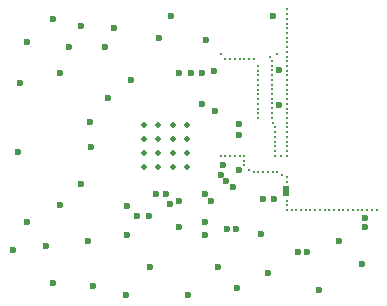
<source format=gbr>
%TF.GenerationSoftware,KiCad,Pcbnew,9.0.3-9.0.3-0~ubuntu24.04.1*%
%TF.CreationDate,2025-07-10T17:18:30-04:00*%
%TF.ProjectId,tire_sensor,74697265-5f73-4656-9e73-6f722e6b6963,rev?*%
%TF.SameCoordinates,Original*%
%TF.FileFunction,Copper,L3,Inr*%
%TF.FilePolarity,Positive*%
%FSLAX46Y46*%
G04 Gerber Fmt 4.6, Leading zero omitted, Abs format (unit mm)*
G04 Created by KiCad (PCBNEW 9.0.3-9.0.3-0~ubuntu24.04.1) date 2025-07-10 17:18:30*
%MOMM*%
%LPD*%
G01*
G04 APERTURE LIST*
%TA.AperFunction,HeatsinkPad*%
%ADD10C,0.500000*%
%TD*%
%TA.AperFunction,ComponentPad*%
%ADD11R,0.500000X0.900000*%
%TD*%
%TA.AperFunction,ViaPad*%
%ADD12C,0.600000*%
%TD*%
%TA.AperFunction,ViaPad*%
%ADD13C,0.300000*%
%TD*%
G04 APERTURE END LIST*
D10*
%TO.N,GND*%
%TO.C,U1*%
X82330000Y60420000D03*
X82330000Y61620000D03*
X82330000Y62820000D03*
X82330000Y64020000D03*
X81130000Y60420000D03*
X81130000Y61620000D03*
X81130000Y62820000D03*
X81130000Y64020000D03*
X79930000Y60420000D03*
X79930000Y61620000D03*
X79930000Y62820000D03*
X79930000Y64020000D03*
X78730000Y60420000D03*
X78730000Y61620000D03*
X78730000Y62820000D03*
X78730000Y64020000D03*
%TD*%
D11*
%TO.N,GND*%
%TO.C,AE1*%
X90750000Y58400000D03*
%TD*%
D12*
%TO.N,GND*%
X97400000Y56100000D03*
D13*
X88000000Y69600000D03*
X87200000Y69600000D03*
D12*
%TO.N,VDD_NRF*%
X77230000Y54670000D03*
X75630000Y66320000D03*
X68050000Y61750000D03*
X88630000Y54820000D03*
X83630000Y65770000D03*
D13*
%TO.N,GND*%
X97600000Y56800000D03*
X96800000Y56800000D03*
X89570000Y66230000D03*
X90800000Y70200000D03*
X89800000Y61400000D03*
X85200000Y61400000D03*
D12*
X73400000Y72400000D03*
D13*
X93600000Y56800000D03*
X90800000Y67400000D03*
X90800000Y59600000D03*
D12*
X86600000Y50200000D03*
D13*
X90800000Y66200000D03*
D12*
X97400000Y55400000D03*
D13*
X89570000Y69030000D03*
X88400000Y66200000D03*
D12*
X71000000Y50600000D03*
D13*
X90800000Y65400000D03*
X85600000Y61400000D03*
X92400000Y56800000D03*
X90400000Y59800000D03*
X90800000Y64600000D03*
X96000000Y56800000D03*
X89570000Y67430000D03*
X89570000Y65430000D03*
X90800000Y69000000D03*
X98400000Y56800000D03*
X98000000Y56800000D03*
X90000000Y70000000D03*
X90800000Y63400000D03*
D12*
X86780000Y64120000D03*
X79200000Y52000000D03*
X89750000Y57750000D03*
D13*
X88400000Y69000000D03*
X90800000Y61400000D03*
X89800000Y63800000D03*
X89600000Y60000000D03*
X90800000Y66600000D03*
X89800000Y62600000D03*
X90300000Y61400000D03*
X94800000Y56800000D03*
D12*
X95200000Y54200000D03*
X74000000Y54200000D03*
D13*
X88400000Y65000000D03*
X90800000Y57600000D03*
D12*
X68800000Y71000000D03*
X83600000Y68400000D03*
X82400000Y49600000D03*
X90100000Y65700000D03*
D13*
X88400000Y68200000D03*
X86800000Y69600000D03*
D12*
X76200000Y72200000D03*
X74130000Y64228552D03*
D13*
X88400000Y68600000D03*
D12*
X86730000Y60170000D03*
X77630000Y67820000D03*
X82700000Y68400000D03*
X88750000Y57750000D03*
D13*
X90800000Y56800000D03*
D12*
X84600000Y68600000D03*
D13*
X88800000Y60000000D03*
X86000000Y69600000D03*
D12*
X85000000Y52000000D03*
D13*
X90800000Y70600000D03*
X94400000Y56800000D03*
D12*
X90100000Y68700000D03*
D13*
X90800000Y65800000D03*
X86000000Y61400000D03*
D12*
X70400000Y53800000D03*
D13*
X90800000Y59200000D03*
X89570000Y67030000D03*
X90800000Y63800000D03*
X93200000Y56800000D03*
X89400000Y69800000D03*
X85200000Y70000000D03*
X90800000Y71000000D03*
X88400000Y67000000D03*
X90800000Y68200000D03*
X90800000Y62600000D03*
X90800000Y73000000D03*
X97200000Y56800000D03*
X89570000Y65030000D03*
X90800000Y69800000D03*
X87200000Y61400000D03*
X92000000Y56800000D03*
X90800000Y65000000D03*
X89800000Y63400000D03*
X89800000Y62200000D03*
X90800000Y68600000D03*
X92800000Y56800000D03*
D12*
X71000000Y73000000D03*
D13*
X87200000Y60600000D03*
D12*
X77200000Y49600000D03*
X84000000Y71200000D03*
D13*
X90800000Y73400000D03*
D12*
X77230000Y57170000D03*
D13*
X88400000Y65400000D03*
D12*
X78130000Y56320000D03*
X67600000Y53400000D03*
D13*
X88400000Y60000000D03*
D12*
X71600000Y57200000D03*
D13*
X95600000Y56800000D03*
X90800000Y72200000D03*
D12*
X81700000Y68400000D03*
D13*
X89600000Y64200000D03*
X90800000Y71400000D03*
D12*
X79130000Y56320000D03*
X73380000Y59020000D03*
X71600000Y68400000D03*
X85400000Y60600000D03*
D13*
X90800000Y69400000D03*
X88000000Y60000000D03*
D12*
X89600000Y73200000D03*
D13*
X90800000Y71800000D03*
X94000000Y56800000D03*
X90800000Y63000000D03*
X91600000Y56800000D03*
X85600000Y69600000D03*
X96400000Y56800000D03*
X90800000Y62200000D03*
X87200000Y61000000D03*
D12*
X75400000Y70600000D03*
D13*
X95200000Y56800000D03*
D12*
X68800000Y55800000D03*
X81000000Y73200000D03*
D13*
X90800000Y72600000D03*
D12*
X80000000Y71400000D03*
D13*
X90000000Y60000000D03*
X87591994Y69578652D03*
D12*
X84700000Y65200000D03*
D13*
X90800000Y67000000D03*
D12*
X84380000Y57570000D03*
D13*
X86800000Y61400000D03*
X89570000Y68230000D03*
X89800000Y63000000D03*
X91200000Y56800000D03*
X89570000Y66630000D03*
X88400000Y67400000D03*
X88400000Y65800000D03*
X89570000Y69430000D03*
X89200000Y60000000D03*
X88400000Y64600000D03*
X89800000Y61800000D03*
X90800000Y73800000D03*
X89570000Y68630000D03*
X90800000Y64200000D03*
D12*
X97200000Y52200000D03*
D13*
X88400000Y67800000D03*
D12*
X72400000Y70600000D03*
D13*
X86400000Y69600000D03*
X90800000Y57200000D03*
D12*
X91750000Y53250000D03*
X74230000Y62170000D03*
D13*
X89570000Y65830000D03*
X86400000Y61400000D03*
X90800000Y61800000D03*
X90800000Y67800000D03*
D12*
X74400000Y50400000D03*
D13*
X89570000Y64630000D03*
X89570000Y67830000D03*
X87600000Y60200000D03*
X88400000Y66600000D03*
D12*
X86780000Y63120000D03*
X68200000Y67600000D03*
%TO.N,/SWCLK*%
X85694058Y59255942D03*
X92507080Y53257080D03*
%TO.N,/nRESET*%
X86226087Y58723913D03*
X89250000Y51500000D03*
%TO.N,/SWDIO*%
X93500000Y50000000D03*
X85192703Y59813748D03*
%TO.N,/SDO*%
X81671956Y55342419D03*
X81671956Y57570000D03*
X83880000Y54720000D03*
%TO.N,/CS_DPS368*%
X80880000Y57320000D03*
%TO.N,/SDI*%
X83880000Y55765400D03*
%TO.N,/SCK*%
X83880000Y58170000D03*
%TO.N,/INT_LIS3DHTR*%
X86482403Y55170000D03*
X79730000Y58170000D03*
%TO.N,/CS_LIS3DHTR*%
X80601400Y58170000D03*
X85730000Y55170000D03*
%TD*%
M02*

</source>
